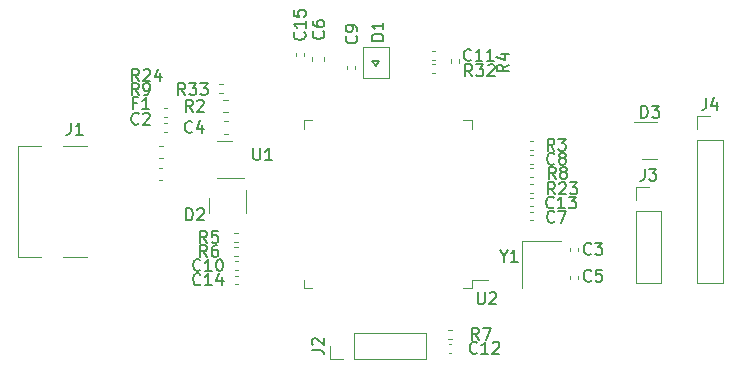
<source format=gbr>
%TF.GenerationSoftware,KiCad,Pcbnew,(6.0.8)*%
%TF.CreationDate,2022-11-06T21:15:53+08:00*%
%TF.ProjectId,JLinkV9-mini,4a4c696e-6b56-4392-9d6d-696e692e6b69,hinsshum*%
%TF.SameCoordinates,Original*%
%TF.FileFunction,Legend,Top*%
%TF.FilePolarity,Positive*%
%FSLAX46Y46*%
G04 Gerber Fmt 4.6, Leading zero omitted, Abs format (unit mm)*
G04 Created by KiCad (PCBNEW (6.0.8)) date 2022-11-06 21:15:53*
%MOMM*%
%LPD*%
G01*
G04 APERTURE LIST*
%ADD10C,0.150000*%
%ADD11C,0.120000*%
G04 APERTURE END LIST*
D10*
%TO.C,J2*%
X96792380Y-98133333D02*
X97506666Y-98133333D01*
X97649523Y-98180952D01*
X97744761Y-98276190D01*
X97792380Y-98419047D01*
X97792380Y-98514285D01*
X96887619Y-97704761D02*
X96840000Y-97657142D01*
X96792380Y-97561904D01*
X96792380Y-97323809D01*
X96840000Y-97228571D01*
X96887619Y-97180952D01*
X96982857Y-97133333D01*
X97078095Y-97133333D01*
X97220952Y-97180952D01*
X97792380Y-97752380D01*
X97792380Y-97133333D01*
%TO.C,R8*%
X117433333Y-83652380D02*
X117100000Y-83176190D01*
X116861904Y-83652380D02*
X116861904Y-82652380D01*
X117242857Y-82652380D01*
X117338095Y-82700000D01*
X117385714Y-82747619D01*
X117433333Y-82842857D01*
X117433333Y-82985714D01*
X117385714Y-83080952D01*
X117338095Y-83128571D01*
X117242857Y-83176190D01*
X116861904Y-83176190D01*
X118004761Y-83080952D02*
X117909523Y-83033333D01*
X117861904Y-82985714D01*
X117814285Y-82890476D01*
X117814285Y-82842857D01*
X117861904Y-82747619D01*
X117909523Y-82700000D01*
X118004761Y-82652380D01*
X118195238Y-82652380D01*
X118290476Y-82700000D01*
X118338095Y-82747619D01*
X118385714Y-82842857D01*
X118385714Y-82890476D01*
X118338095Y-82985714D01*
X118290476Y-83033333D01*
X118195238Y-83080952D01*
X118004761Y-83080952D01*
X117909523Y-83128571D01*
X117861904Y-83176190D01*
X117814285Y-83271428D01*
X117814285Y-83461904D01*
X117861904Y-83557142D01*
X117909523Y-83604761D01*
X118004761Y-83652380D01*
X118195238Y-83652380D01*
X118290476Y-83604761D01*
X118338095Y-83557142D01*
X118385714Y-83461904D01*
X118385714Y-83271428D01*
X118338095Y-83176190D01*
X118290476Y-83128571D01*
X118195238Y-83080952D01*
%TO.C,U2*%
X110838095Y-93252380D02*
X110838095Y-94061904D01*
X110885714Y-94157142D01*
X110933333Y-94204761D01*
X111028571Y-94252380D01*
X111219047Y-94252380D01*
X111314285Y-94204761D01*
X111361904Y-94157142D01*
X111409523Y-94061904D01*
X111409523Y-93252380D01*
X111838095Y-93347619D02*
X111885714Y-93300000D01*
X111980952Y-93252380D01*
X112219047Y-93252380D01*
X112314285Y-93300000D01*
X112361904Y-93347619D01*
X112409523Y-93442857D01*
X112409523Y-93538095D01*
X112361904Y-93680952D01*
X111790476Y-94252380D01*
X112409523Y-94252380D01*
%TO.C,R23*%
X117357142Y-84952380D02*
X117023809Y-84476190D01*
X116785714Y-84952380D02*
X116785714Y-83952380D01*
X117166666Y-83952380D01*
X117261904Y-84000000D01*
X117309523Y-84047619D01*
X117357142Y-84142857D01*
X117357142Y-84285714D01*
X117309523Y-84380952D01*
X117261904Y-84428571D01*
X117166666Y-84476190D01*
X116785714Y-84476190D01*
X117738095Y-84047619D02*
X117785714Y-84000000D01*
X117880952Y-83952380D01*
X118119047Y-83952380D01*
X118214285Y-84000000D01*
X118261904Y-84047619D01*
X118309523Y-84142857D01*
X118309523Y-84238095D01*
X118261904Y-84380952D01*
X117690476Y-84952380D01*
X118309523Y-84952380D01*
X118642857Y-83952380D02*
X119261904Y-83952380D01*
X118928571Y-84333333D01*
X119071428Y-84333333D01*
X119166666Y-84380952D01*
X119214285Y-84428571D01*
X119261904Y-84523809D01*
X119261904Y-84761904D01*
X119214285Y-84857142D01*
X119166666Y-84904761D01*
X119071428Y-84952380D01*
X118785714Y-84952380D01*
X118690476Y-84904761D01*
X118642857Y-84857142D01*
%TO.C,Y1*%
X113023809Y-90176190D02*
X113023809Y-90652380D01*
X112690476Y-89652380D02*
X113023809Y-90176190D01*
X113357142Y-89652380D01*
X114214285Y-90652380D02*
X113642857Y-90652380D01*
X113928571Y-90652380D02*
X113928571Y-89652380D01*
X113833333Y-89795238D01*
X113738095Y-89890476D01*
X113642857Y-89938095D01*
%TO.C,R6*%
X87913333Y-90252380D02*
X87580000Y-89776190D01*
X87341904Y-90252380D02*
X87341904Y-89252380D01*
X87722857Y-89252380D01*
X87818095Y-89300000D01*
X87865714Y-89347619D01*
X87913333Y-89442857D01*
X87913333Y-89585714D01*
X87865714Y-89680952D01*
X87818095Y-89728571D01*
X87722857Y-89776190D01*
X87341904Y-89776190D01*
X88770476Y-89252380D02*
X88580000Y-89252380D01*
X88484761Y-89300000D01*
X88437142Y-89347619D01*
X88341904Y-89490476D01*
X88294285Y-89680952D01*
X88294285Y-90061904D01*
X88341904Y-90157142D01*
X88389523Y-90204761D01*
X88484761Y-90252380D01*
X88675238Y-90252380D01*
X88770476Y-90204761D01*
X88818095Y-90157142D01*
X88865714Y-90061904D01*
X88865714Y-89823809D01*
X88818095Y-89728571D01*
X88770476Y-89680952D01*
X88675238Y-89633333D01*
X88484761Y-89633333D01*
X88389523Y-89680952D01*
X88341904Y-89728571D01*
X88294285Y-89823809D01*
%TO.C,J4*%
X130166666Y-76792380D02*
X130166666Y-77506666D01*
X130119047Y-77649523D01*
X130023809Y-77744761D01*
X129880952Y-77792380D01*
X129785714Y-77792380D01*
X131071428Y-77125714D02*
X131071428Y-77792380D01*
X130833333Y-76744761D02*
X130595238Y-77459047D01*
X131214285Y-77459047D01*
%TO.C,D2*%
X86141904Y-87152380D02*
X86141904Y-86152380D01*
X86380000Y-86152380D01*
X86522857Y-86200000D01*
X86618095Y-86295238D01*
X86665714Y-86390476D01*
X86713333Y-86580952D01*
X86713333Y-86723809D01*
X86665714Y-86914285D01*
X86618095Y-87009523D01*
X86522857Y-87104761D01*
X86380000Y-87152380D01*
X86141904Y-87152380D01*
X87094285Y-86247619D02*
X87141904Y-86200000D01*
X87237142Y-86152380D01*
X87475238Y-86152380D01*
X87570476Y-86200000D01*
X87618095Y-86247619D01*
X87665714Y-86342857D01*
X87665714Y-86438095D01*
X87618095Y-86580952D01*
X87046666Y-87152380D01*
X87665714Y-87152380D01*
%TO.C,C9*%
X100557142Y-71566666D02*
X100604761Y-71614285D01*
X100652380Y-71757142D01*
X100652380Y-71852380D01*
X100604761Y-71995238D01*
X100509523Y-72090476D01*
X100414285Y-72138095D01*
X100223809Y-72185714D01*
X100080952Y-72185714D01*
X99890476Y-72138095D01*
X99795238Y-72090476D01*
X99700000Y-71995238D01*
X99652380Y-71852380D01*
X99652380Y-71757142D01*
X99700000Y-71614285D01*
X99747619Y-71566666D01*
X100652380Y-71090476D02*
X100652380Y-70900000D01*
X100604761Y-70804761D01*
X100557142Y-70757142D01*
X100414285Y-70661904D01*
X100223809Y-70614285D01*
X99842857Y-70614285D01*
X99747619Y-70661904D01*
X99700000Y-70709523D01*
X99652380Y-70804761D01*
X99652380Y-70995238D01*
X99700000Y-71090476D01*
X99747619Y-71138095D01*
X99842857Y-71185714D01*
X100080952Y-71185714D01*
X100176190Y-71138095D01*
X100223809Y-71090476D01*
X100271428Y-70995238D01*
X100271428Y-70804761D01*
X100223809Y-70709523D01*
X100176190Y-70661904D01*
X100080952Y-70614285D01*
%TO.C,C5*%
X120433333Y-92249306D02*
X120385714Y-92296925D01*
X120242857Y-92344544D01*
X120147619Y-92344544D01*
X120004761Y-92296925D01*
X119909523Y-92201687D01*
X119861904Y-92106449D01*
X119814285Y-91915973D01*
X119814285Y-91773116D01*
X119861904Y-91582640D01*
X119909523Y-91487402D01*
X120004761Y-91392164D01*
X120147619Y-91344544D01*
X120242857Y-91344544D01*
X120385714Y-91392164D01*
X120433333Y-91439783D01*
X121338095Y-91344544D02*
X120861904Y-91344544D01*
X120814285Y-91820735D01*
X120861904Y-91773116D01*
X120957142Y-91725497D01*
X121195238Y-91725497D01*
X121290476Y-91773116D01*
X121338095Y-91820735D01*
X121385714Y-91915973D01*
X121385714Y-92154068D01*
X121338095Y-92249306D01*
X121290476Y-92296925D01*
X121195238Y-92344544D01*
X120957142Y-92344544D01*
X120861904Y-92296925D01*
X120814285Y-92249306D01*
%TO.C,R5*%
X87913333Y-89052380D02*
X87580000Y-88576190D01*
X87341904Y-89052380D02*
X87341904Y-88052380D01*
X87722857Y-88052380D01*
X87818095Y-88100000D01*
X87865714Y-88147619D01*
X87913333Y-88242857D01*
X87913333Y-88385714D01*
X87865714Y-88480952D01*
X87818095Y-88528571D01*
X87722857Y-88576190D01*
X87341904Y-88576190D01*
X88818095Y-88052380D02*
X88341904Y-88052380D01*
X88294285Y-88528571D01*
X88341904Y-88480952D01*
X88437142Y-88433333D01*
X88675238Y-88433333D01*
X88770476Y-88480952D01*
X88818095Y-88528571D01*
X88865714Y-88623809D01*
X88865714Y-88861904D01*
X88818095Y-88957142D01*
X88770476Y-89004761D01*
X88675238Y-89052380D01*
X88437142Y-89052380D01*
X88341904Y-89004761D01*
X88294285Y-88957142D01*
%TO.C,C7*%
X117333333Y-87257142D02*
X117285714Y-87304761D01*
X117142857Y-87352380D01*
X117047619Y-87352380D01*
X116904761Y-87304761D01*
X116809523Y-87209523D01*
X116761904Y-87114285D01*
X116714285Y-86923809D01*
X116714285Y-86780952D01*
X116761904Y-86590476D01*
X116809523Y-86495238D01*
X116904761Y-86400000D01*
X117047619Y-86352380D01*
X117142857Y-86352380D01*
X117285714Y-86400000D01*
X117333333Y-86447619D01*
X117666666Y-86352380D02*
X118333333Y-86352380D01*
X117904761Y-87352380D01*
%TO.C,R9*%
X82133333Y-76552380D02*
X81800000Y-76076190D01*
X81561904Y-76552380D02*
X81561904Y-75552380D01*
X81942857Y-75552380D01*
X82038095Y-75600000D01*
X82085714Y-75647619D01*
X82133333Y-75742857D01*
X82133333Y-75885714D01*
X82085714Y-75980952D01*
X82038095Y-76028571D01*
X81942857Y-76076190D01*
X81561904Y-76076190D01*
X82609523Y-76552380D02*
X82800000Y-76552380D01*
X82895238Y-76504761D01*
X82942857Y-76457142D01*
X83038095Y-76314285D01*
X83085714Y-76123809D01*
X83085714Y-75742857D01*
X83038095Y-75647619D01*
X82990476Y-75600000D01*
X82895238Y-75552380D01*
X82704761Y-75552380D01*
X82609523Y-75600000D01*
X82561904Y-75647619D01*
X82514285Y-75742857D01*
X82514285Y-75980952D01*
X82561904Y-76076190D01*
X82609523Y-76123809D01*
X82704761Y-76171428D01*
X82895238Y-76171428D01*
X82990476Y-76123809D01*
X83038095Y-76076190D01*
X83085714Y-75980952D01*
%TO.C,U1*%
X91838095Y-81052380D02*
X91838095Y-81861904D01*
X91885714Y-81957142D01*
X91933333Y-82004761D01*
X92028571Y-82052380D01*
X92219047Y-82052380D01*
X92314285Y-82004761D01*
X92361904Y-81957142D01*
X92409523Y-81861904D01*
X92409523Y-81052380D01*
X93409523Y-82052380D02*
X92838095Y-82052380D01*
X93123809Y-82052380D02*
X93123809Y-81052380D01*
X93028571Y-81195238D01*
X92933333Y-81290476D01*
X92838095Y-81338095D01*
%TO.C,C13*%
X117257142Y-86057142D02*
X117209523Y-86104761D01*
X117066666Y-86152380D01*
X116971428Y-86152380D01*
X116828571Y-86104761D01*
X116733333Y-86009523D01*
X116685714Y-85914285D01*
X116638095Y-85723809D01*
X116638095Y-85580952D01*
X116685714Y-85390476D01*
X116733333Y-85295238D01*
X116828571Y-85200000D01*
X116971428Y-85152380D01*
X117066666Y-85152380D01*
X117209523Y-85200000D01*
X117257142Y-85247619D01*
X118209523Y-86152380D02*
X117638095Y-86152380D01*
X117923809Y-86152380D02*
X117923809Y-85152380D01*
X117828571Y-85295238D01*
X117733333Y-85390476D01*
X117638095Y-85438095D01*
X118542857Y-85152380D02*
X119161904Y-85152380D01*
X118828571Y-85533333D01*
X118971428Y-85533333D01*
X119066666Y-85580952D01*
X119114285Y-85628571D01*
X119161904Y-85723809D01*
X119161904Y-85961904D01*
X119114285Y-86057142D01*
X119066666Y-86104761D01*
X118971428Y-86152380D01*
X118685714Y-86152380D01*
X118590476Y-86104761D01*
X118542857Y-86057142D01*
%TO.C,C4*%
X86658333Y-79657142D02*
X86610714Y-79704761D01*
X86467857Y-79752380D01*
X86372619Y-79752380D01*
X86229761Y-79704761D01*
X86134523Y-79609523D01*
X86086904Y-79514285D01*
X86039285Y-79323809D01*
X86039285Y-79180952D01*
X86086904Y-78990476D01*
X86134523Y-78895238D01*
X86229761Y-78800000D01*
X86372619Y-78752380D01*
X86467857Y-78752380D01*
X86610714Y-78800000D01*
X86658333Y-78847619D01*
X87515476Y-79085714D02*
X87515476Y-79752380D01*
X87277380Y-78704761D02*
X87039285Y-79419047D01*
X87658333Y-79419047D01*
%TO.C,C6*%
X97757142Y-71166666D02*
X97804761Y-71214285D01*
X97852380Y-71357142D01*
X97852380Y-71452380D01*
X97804761Y-71595238D01*
X97709523Y-71690476D01*
X97614285Y-71738095D01*
X97423809Y-71785714D01*
X97280952Y-71785714D01*
X97090476Y-71738095D01*
X96995238Y-71690476D01*
X96900000Y-71595238D01*
X96852380Y-71452380D01*
X96852380Y-71357142D01*
X96900000Y-71214285D01*
X96947619Y-71166666D01*
X96852380Y-70309523D02*
X96852380Y-70500000D01*
X96900000Y-70595238D01*
X96947619Y-70642857D01*
X97090476Y-70738095D01*
X97280952Y-70785714D01*
X97661904Y-70785714D01*
X97757142Y-70738095D01*
X97804761Y-70690476D01*
X97852380Y-70595238D01*
X97852380Y-70404761D01*
X97804761Y-70309523D01*
X97757142Y-70261904D01*
X97661904Y-70214285D01*
X97423809Y-70214285D01*
X97328571Y-70261904D01*
X97280952Y-70309523D01*
X97233333Y-70404761D01*
X97233333Y-70595238D01*
X97280952Y-70690476D01*
X97328571Y-70738095D01*
X97423809Y-70785714D01*
%TO.C,C15*%
X96157142Y-71242857D02*
X96204761Y-71290476D01*
X96252380Y-71433333D01*
X96252380Y-71528571D01*
X96204761Y-71671428D01*
X96109523Y-71766666D01*
X96014285Y-71814285D01*
X95823809Y-71861904D01*
X95680952Y-71861904D01*
X95490476Y-71814285D01*
X95395238Y-71766666D01*
X95300000Y-71671428D01*
X95252380Y-71528571D01*
X95252380Y-71433333D01*
X95300000Y-71290476D01*
X95347619Y-71242857D01*
X96252380Y-70290476D02*
X96252380Y-70861904D01*
X96252380Y-70576190D02*
X95252380Y-70576190D01*
X95395238Y-70671428D01*
X95490476Y-70766666D01*
X95538095Y-70861904D01*
X95252380Y-69385714D02*
X95252380Y-69861904D01*
X95728571Y-69909523D01*
X95680952Y-69861904D01*
X95633333Y-69766666D01*
X95633333Y-69528571D01*
X95680952Y-69433333D01*
X95728571Y-69385714D01*
X95823809Y-69338095D01*
X96061904Y-69338095D01*
X96157142Y-69385714D01*
X96204761Y-69433333D01*
X96252380Y-69528571D01*
X96252380Y-69766666D01*
X96204761Y-69861904D01*
X96157142Y-69909523D01*
%TO.C,C12*%
X110757142Y-98357142D02*
X110709523Y-98404761D01*
X110566666Y-98452380D01*
X110471428Y-98452380D01*
X110328571Y-98404761D01*
X110233333Y-98309523D01*
X110185714Y-98214285D01*
X110138095Y-98023809D01*
X110138095Y-97880952D01*
X110185714Y-97690476D01*
X110233333Y-97595238D01*
X110328571Y-97500000D01*
X110471428Y-97452380D01*
X110566666Y-97452380D01*
X110709523Y-97500000D01*
X110757142Y-97547619D01*
X111709523Y-98452380D02*
X111138095Y-98452380D01*
X111423809Y-98452380D02*
X111423809Y-97452380D01*
X111328571Y-97595238D01*
X111233333Y-97690476D01*
X111138095Y-97738095D01*
X112090476Y-97547619D02*
X112138095Y-97500000D01*
X112233333Y-97452380D01*
X112471428Y-97452380D01*
X112566666Y-97500000D01*
X112614285Y-97547619D01*
X112661904Y-97642857D01*
X112661904Y-97738095D01*
X112614285Y-97880952D01*
X112042857Y-98452380D01*
X112661904Y-98452380D01*
%TO.C,J3*%
X124966666Y-82792380D02*
X124966666Y-83506666D01*
X124919047Y-83649523D01*
X124823809Y-83744761D01*
X124680952Y-83792380D01*
X124585714Y-83792380D01*
X125347619Y-82792380D02*
X125966666Y-82792380D01*
X125633333Y-83173333D01*
X125776190Y-83173333D01*
X125871428Y-83220952D01*
X125919047Y-83268571D01*
X125966666Y-83363809D01*
X125966666Y-83601904D01*
X125919047Y-83697142D01*
X125871428Y-83744761D01*
X125776190Y-83792380D01*
X125490476Y-83792380D01*
X125395238Y-83744761D01*
X125347619Y-83697142D01*
%TO.C,R3*%
X117333333Y-81252380D02*
X117000000Y-80776190D01*
X116761904Y-81252380D02*
X116761904Y-80252380D01*
X117142857Y-80252380D01*
X117238095Y-80300000D01*
X117285714Y-80347619D01*
X117333333Y-80442857D01*
X117333333Y-80585714D01*
X117285714Y-80680952D01*
X117238095Y-80728571D01*
X117142857Y-80776190D01*
X116761904Y-80776190D01*
X117666666Y-80252380D02*
X118285714Y-80252380D01*
X117952380Y-80633333D01*
X118095238Y-80633333D01*
X118190476Y-80680952D01*
X118238095Y-80728571D01*
X118285714Y-80823809D01*
X118285714Y-81061904D01*
X118238095Y-81157142D01*
X118190476Y-81204761D01*
X118095238Y-81252380D01*
X117809523Y-81252380D01*
X117714285Y-81204761D01*
X117666666Y-81157142D01*
%TO.C,R2*%
X86708333Y-77952380D02*
X86375000Y-77476190D01*
X86136904Y-77952380D02*
X86136904Y-76952380D01*
X86517857Y-76952380D01*
X86613095Y-77000000D01*
X86660714Y-77047619D01*
X86708333Y-77142857D01*
X86708333Y-77285714D01*
X86660714Y-77380952D01*
X86613095Y-77428571D01*
X86517857Y-77476190D01*
X86136904Y-77476190D01*
X87089285Y-77047619D02*
X87136904Y-77000000D01*
X87232142Y-76952380D01*
X87470238Y-76952380D01*
X87565476Y-77000000D01*
X87613095Y-77047619D01*
X87660714Y-77142857D01*
X87660714Y-77238095D01*
X87613095Y-77380952D01*
X87041666Y-77952380D01*
X87660714Y-77952380D01*
%TO.C,J1*%
X76376666Y-78902380D02*
X76376666Y-79616666D01*
X76329047Y-79759523D01*
X76233809Y-79854761D01*
X76090952Y-79902380D01*
X75995714Y-79902380D01*
X77376666Y-79902380D02*
X76805238Y-79902380D01*
X77090952Y-79902380D02*
X77090952Y-78902380D01*
X76995714Y-79045238D01*
X76900476Y-79140476D01*
X76805238Y-79188095D01*
%TO.C,D1*%
X102852380Y-71938095D02*
X101852380Y-71938095D01*
X101852380Y-71700000D01*
X101900000Y-71557142D01*
X101995238Y-71461904D01*
X102090476Y-71414285D01*
X102280952Y-71366666D01*
X102423809Y-71366666D01*
X102614285Y-71414285D01*
X102709523Y-71461904D01*
X102804761Y-71557142D01*
X102852380Y-71700000D01*
X102852380Y-71938095D01*
X102852380Y-70414285D02*
X102852380Y-70985714D01*
X102852380Y-70700000D02*
X101852380Y-70700000D01*
X101995238Y-70795238D01*
X102090476Y-70890476D01*
X102138095Y-70985714D01*
%TO.C,C11*%
X110267142Y-73557142D02*
X110219523Y-73604761D01*
X110076666Y-73652380D01*
X109981428Y-73652380D01*
X109838571Y-73604761D01*
X109743333Y-73509523D01*
X109695714Y-73414285D01*
X109648095Y-73223809D01*
X109648095Y-73080952D01*
X109695714Y-72890476D01*
X109743333Y-72795238D01*
X109838571Y-72700000D01*
X109981428Y-72652380D01*
X110076666Y-72652380D01*
X110219523Y-72700000D01*
X110267142Y-72747619D01*
X111219523Y-73652380D02*
X110648095Y-73652380D01*
X110933809Y-73652380D02*
X110933809Y-72652380D01*
X110838571Y-72795238D01*
X110743333Y-72890476D01*
X110648095Y-72938095D01*
X112171904Y-73652380D02*
X111600476Y-73652380D01*
X111886190Y-73652380D02*
X111886190Y-72652380D01*
X111790952Y-72795238D01*
X111695714Y-72890476D01*
X111600476Y-72938095D01*
%TO.C,R7*%
X110933333Y-97252380D02*
X110600000Y-96776190D01*
X110361904Y-97252380D02*
X110361904Y-96252380D01*
X110742857Y-96252380D01*
X110838095Y-96300000D01*
X110885714Y-96347619D01*
X110933333Y-96442857D01*
X110933333Y-96585714D01*
X110885714Y-96680952D01*
X110838095Y-96728571D01*
X110742857Y-96776190D01*
X110361904Y-96776190D01*
X111266666Y-96252380D02*
X111933333Y-96252380D01*
X111504761Y-97252380D01*
%TO.C,C8*%
X117333333Y-82357142D02*
X117285714Y-82404761D01*
X117142857Y-82452380D01*
X117047619Y-82452380D01*
X116904761Y-82404761D01*
X116809523Y-82309523D01*
X116761904Y-82214285D01*
X116714285Y-82023809D01*
X116714285Y-81880952D01*
X116761904Y-81690476D01*
X116809523Y-81595238D01*
X116904761Y-81500000D01*
X117047619Y-81452380D01*
X117142857Y-81452380D01*
X117285714Y-81500000D01*
X117333333Y-81547619D01*
X117904761Y-81880952D02*
X117809523Y-81833333D01*
X117761904Y-81785714D01*
X117714285Y-81690476D01*
X117714285Y-81642857D01*
X117761904Y-81547619D01*
X117809523Y-81500000D01*
X117904761Y-81452380D01*
X118095238Y-81452380D01*
X118190476Y-81500000D01*
X118238095Y-81547619D01*
X118285714Y-81642857D01*
X118285714Y-81690476D01*
X118238095Y-81785714D01*
X118190476Y-81833333D01*
X118095238Y-81880952D01*
X117904761Y-81880952D01*
X117809523Y-81928571D01*
X117761904Y-81976190D01*
X117714285Y-82071428D01*
X117714285Y-82261904D01*
X117761904Y-82357142D01*
X117809523Y-82404761D01*
X117904761Y-82452380D01*
X118095238Y-82452380D01*
X118190476Y-82404761D01*
X118238095Y-82357142D01*
X118285714Y-82261904D01*
X118285714Y-82071428D01*
X118238095Y-81976190D01*
X118190476Y-81928571D01*
X118095238Y-81880952D01*
%TO.C,C2*%
X82133333Y-78957142D02*
X82085714Y-79004761D01*
X81942857Y-79052380D01*
X81847619Y-79052380D01*
X81704761Y-79004761D01*
X81609523Y-78909523D01*
X81561904Y-78814285D01*
X81514285Y-78623809D01*
X81514285Y-78480952D01*
X81561904Y-78290476D01*
X81609523Y-78195238D01*
X81704761Y-78100000D01*
X81847619Y-78052380D01*
X81942857Y-78052380D01*
X82085714Y-78100000D01*
X82133333Y-78147619D01*
X82514285Y-78147619D02*
X82561904Y-78100000D01*
X82657142Y-78052380D01*
X82895238Y-78052380D01*
X82990476Y-78100000D01*
X83038095Y-78147619D01*
X83085714Y-78242857D01*
X83085714Y-78338095D01*
X83038095Y-78480952D01*
X82466666Y-79052380D01*
X83085714Y-79052380D01*
%TO.C,R33*%
X86067142Y-76552380D02*
X85733809Y-76076190D01*
X85495714Y-76552380D02*
X85495714Y-75552380D01*
X85876666Y-75552380D01*
X85971904Y-75600000D01*
X86019523Y-75647619D01*
X86067142Y-75742857D01*
X86067142Y-75885714D01*
X86019523Y-75980952D01*
X85971904Y-76028571D01*
X85876666Y-76076190D01*
X85495714Y-76076190D01*
X86400476Y-75552380D02*
X87019523Y-75552380D01*
X86686190Y-75933333D01*
X86829047Y-75933333D01*
X86924285Y-75980952D01*
X86971904Y-76028571D01*
X87019523Y-76123809D01*
X87019523Y-76361904D01*
X86971904Y-76457142D01*
X86924285Y-76504761D01*
X86829047Y-76552380D01*
X86543333Y-76552380D01*
X86448095Y-76504761D01*
X86400476Y-76457142D01*
X87352857Y-75552380D02*
X87971904Y-75552380D01*
X87638571Y-75933333D01*
X87781428Y-75933333D01*
X87876666Y-75980952D01*
X87924285Y-76028571D01*
X87971904Y-76123809D01*
X87971904Y-76361904D01*
X87924285Y-76457142D01*
X87876666Y-76504761D01*
X87781428Y-76552380D01*
X87495714Y-76552380D01*
X87400476Y-76504761D01*
X87352857Y-76457142D01*
%TO.C,C3*%
X120433333Y-89977142D02*
X120385714Y-90024761D01*
X120242857Y-90072380D01*
X120147619Y-90072380D01*
X120004761Y-90024761D01*
X119909523Y-89929523D01*
X119861904Y-89834285D01*
X119814285Y-89643809D01*
X119814285Y-89500952D01*
X119861904Y-89310476D01*
X119909523Y-89215238D01*
X120004761Y-89120000D01*
X120147619Y-89072380D01*
X120242857Y-89072380D01*
X120385714Y-89120000D01*
X120433333Y-89167619D01*
X120766666Y-89072380D02*
X121385714Y-89072380D01*
X121052380Y-89453333D01*
X121195238Y-89453333D01*
X121290476Y-89500952D01*
X121338095Y-89548571D01*
X121385714Y-89643809D01*
X121385714Y-89881904D01*
X121338095Y-89977142D01*
X121290476Y-90024761D01*
X121195238Y-90072380D01*
X120909523Y-90072380D01*
X120814285Y-90024761D01*
X120766666Y-89977142D01*
%TO.C,R24*%
X82157142Y-75352380D02*
X81823809Y-74876190D01*
X81585714Y-75352380D02*
X81585714Y-74352380D01*
X81966666Y-74352380D01*
X82061904Y-74400000D01*
X82109523Y-74447619D01*
X82157142Y-74542857D01*
X82157142Y-74685714D01*
X82109523Y-74780952D01*
X82061904Y-74828571D01*
X81966666Y-74876190D01*
X81585714Y-74876190D01*
X82538095Y-74447619D02*
X82585714Y-74400000D01*
X82680952Y-74352380D01*
X82919047Y-74352380D01*
X83014285Y-74400000D01*
X83061904Y-74447619D01*
X83109523Y-74542857D01*
X83109523Y-74638095D01*
X83061904Y-74780952D01*
X82490476Y-75352380D01*
X83109523Y-75352380D01*
X83966666Y-74685714D02*
X83966666Y-75352380D01*
X83728571Y-74304761D02*
X83490476Y-75019047D01*
X84109523Y-75019047D01*
%TO.C,R32*%
X110367142Y-74952380D02*
X110033809Y-74476190D01*
X109795714Y-74952380D02*
X109795714Y-73952380D01*
X110176666Y-73952380D01*
X110271904Y-74000000D01*
X110319523Y-74047619D01*
X110367142Y-74142857D01*
X110367142Y-74285714D01*
X110319523Y-74380952D01*
X110271904Y-74428571D01*
X110176666Y-74476190D01*
X109795714Y-74476190D01*
X110700476Y-73952380D02*
X111319523Y-73952380D01*
X110986190Y-74333333D01*
X111129047Y-74333333D01*
X111224285Y-74380952D01*
X111271904Y-74428571D01*
X111319523Y-74523809D01*
X111319523Y-74761904D01*
X111271904Y-74857142D01*
X111224285Y-74904761D01*
X111129047Y-74952380D01*
X110843333Y-74952380D01*
X110748095Y-74904761D01*
X110700476Y-74857142D01*
X111700476Y-74047619D02*
X111748095Y-74000000D01*
X111843333Y-73952380D01*
X112081428Y-73952380D01*
X112176666Y-74000000D01*
X112224285Y-74047619D01*
X112271904Y-74142857D01*
X112271904Y-74238095D01*
X112224285Y-74380952D01*
X111652857Y-74952380D01*
X112271904Y-74952380D01*
%TO.C,R4*%
X113452380Y-73966666D02*
X112976190Y-74300000D01*
X113452380Y-74538095D02*
X112452380Y-74538095D01*
X112452380Y-74157142D01*
X112500000Y-74061904D01*
X112547619Y-74014285D01*
X112642857Y-73966666D01*
X112785714Y-73966666D01*
X112880952Y-74014285D01*
X112928571Y-74061904D01*
X112976190Y-74157142D01*
X112976190Y-74538095D01*
X112785714Y-73109523D02*
X113452380Y-73109523D01*
X112404761Y-73347619D02*
X113119047Y-73585714D01*
X113119047Y-72966666D01*
%TO.C,C10*%
X87357142Y-91357142D02*
X87309523Y-91404761D01*
X87166666Y-91452380D01*
X87071428Y-91452380D01*
X86928571Y-91404761D01*
X86833333Y-91309523D01*
X86785714Y-91214285D01*
X86738095Y-91023809D01*
X86738095Y-90880952D01*
X86785714Y-90690476D01*
X86833333Y-90595238D01*
X86928571Y-90500000D01*
X87071428Y-90452380D01*
X87166666Y-90452380D01*
X87309523Y-90500000D01*
X87357142Y-90547619D01*
X88309523Y-91452380D02*
X87738095Y-91452380D01*
X88023809Y-91452380D02*
X88023809Y-90452380D01*
X87928571Y-90595238D01*
X87833333Y-90690476D01*
X87738095Y-90738095D01*
X88928571Y-90452380D02*
X89023809Y-90452380D01*
X89119047Y-90500000D01*
X89166666Y-90547619D01*
X89214285Y-90642857D01*
X89261904Y-90833333D01*
X89261904Y-91071428D01*
X89214285Y-91261904D01*
X89166666Y-91357142D01*
X89119047Y-91404761D01*
X89023809Y-91452380D01*
X88928571Y-91452380D01*
X88833333Y-91404761D01*
X88785714Y-91357142D01*
X88738095Y-91261904D01*
X88690476Y-91071428D01*
X88690476Y-90833333D01*
X88738095Y-90642857D01*
X88785714Y-90547619D01*
X88833333Y-90500000D01*
X88928571Y-90452380D01*
%TO.C,D3*%
X124681904Y-78472380D02*
X124681904Y-77472380D01*
X124920000Y-77472380D01*
X125062857Y-77520000D01*
X125158095Y-77615238D01*
X125205714Y-77710476D01*
X125253333Y-77900952D01*
X125253333Y-78043809D01*
X125205714Y-78234285D01*
X125158095Y-78329523D01*
X125062857Y-78424761D01*
X124920000Y-78472380D01*
X124681904Y-78472380D01*
X125586666Y-77472380D02*
X126205714Y-77472380D01*
X125872380Y-77853333D01*
X126015238Y-77853333D01*
X126110476Y-77900952D01*
X126158095Y-77948571D01*
X126205714Y-78043809D01*
X126205714Y-78281904D01*
X126158095Y-78377142D01*
X126110476Y-78424761D01*
X126015238Y-78472380D01*
X125729523Y-78472380D01*
X125634285Y-78424761D01*
X125586666Y-78377142D01*
%TO.C,C14*%
X87357142Y-92557142D02*
X87309523Y-92604761D01*
X87166666Y-92652380D01*
X87071428Y-92652380D01*
X86928571Y-92604761D01*
X86833333Y-92509523D01*
X86785714Y-92414285D01*
X86738095Y-92223809D01*
X86738095Y-92080952D01*
X86785714Y-91890476D01*
X86833333Y-91795238D01*
X86928571Y-91700000D01*
X87071428Y-91652380D01*
X87166666Y-91652380D01*
X87309523Y-91700000D01*
X87357142Y-91747619D01*
X88309523Y-92652380D02*
X87738095Y-92652380D01*
X88023809Y-92652380D02*
X88023809Y-91652380D01*
X87928571Y-91795238D01*
X87833333Y-91890476D01*
X87738095Y-91938095D01*
X89166666Y-91985714D02*
X89166666Y-92652380D01*
X88928571Y-91604761D02*
X88690476Y-92319047D01*
X89309523Y-92319047D01*
%TO.C,F1*%
X81966666Y-77228571D02*
X81633333Y-77228571D01*
X81633333Y-77752380D02*
X81633333Y-76752380D01*
X82109523Y-76752380D01*
X83014285Y-77752380D02*
X82442857Y-77752380D01*
X82728571Y-77752380D02*
X82728571Y-76752380D01*
X82633333Y-76895238D01*
X82538095Y-76990476D01*
X82442857Y-77038095D01*
D11*
%TO.C,J2*%
X99400000Y-98860000D02*
X98340000Y-98860000D01*
X98340000Y-98860000D02*
X98340000Y-97800000D01*
X100400000Y-98860000D02*
X100400000Y-96740000D01*
X100400000Y-96740000D02*
X106460000Y-96740000D01*
X106460000Y-98860000D02*
X106460000Y-96740000D01*
X100400000Y-98860000D02*
X106460000Y-98860000D01*
%TO.C,R8*%
X115553641Y-82720000D02*
X115246359Y-82720000D01*
X115553641Y-83480000D02*
X115246359Y-83480000D01*
%TO.C,U2*%
X96790000Y-92910000D02*
X96090000Y-92910000D01*
X109610000Y-92910000D02*
X110310000Y-92910000D01*
X96090000Y-78690000D02*
X96090000Y-79390000D01*
X96790000Y-78690000D02*
X96090000Y-78690000D01*
X110310000Y-78690000D02*
X110310000Y-79390000D01*
X109610000Y-78690000D02*
X110310000Y-78690000D01*
X110310000Y-92210000D02*
X111675000Y-92210000D01*
X96090000Y-92910000D02*
X96090000Y-92210000D01*
X110310000Y-92910000D02*
X110310000Y-92210000D01*
%TO.C,R23*%
X115553641Y-84880000D02*
X115246359Y-84880000D01*
X115553641Y-84120000D02*
X115246359Y-84120000D01*
%TO.C,Y1*%
X117900000Y-88900000D02*
X114600000Y-88900000D01*
X114600000Y-88900000D02*
X114600000Y-92900000D01*
%TO.C,R6*%
X90523641Y-90180000D02*
X90216359Y-90180000D01*
X90523641Y-89420000D02*
X90216359Y-89420000D01*
%TO.C,J4*%
X131560000Y-80400000D02*
X131560000Y-92460000D01*
X129440000Y-78340000D02*
X130500000Y-78340000D01*
X129440000Y-80400000D02*
X129440000Y-92460000D01*
X129440000Y-80400000D02*
X131560000Y-80400000D01*
X129440000Y-92460000D02*
X131560000Y-92460000D01*
X129440000Y-79400000D02*
X129440000Y-78340000D01*
%TO.C,D2*%
X88120000Y-85250000D02*
X88120000Y-86550000D01*
X91240000Y-86550000D02*
X91240000Y-84550000D01*
%TO.C,C9*%
X100460000Y-74307836D02*
X100460000Y-74092164D01*
X99740000Y-74307836D02*
X99740000Y-74092164D01*
%TO.C,C5*%
X118640000Y-92107836D02*
X118640000Y-91892164D01*
X119360000Y-92107836D02*
X119360000Y-91892164D01*
%TO.C,R5*%
X90216359Y-88220000D02*
X90523641Y-88220000D01*
X90216359Y-88980000D02*
X90523641Y-88980000D01*
%TO.C,C7*%
X115507836Y-87160000D02*
X115292164Y-87160000D01*
X115507836Y-86440000D02*
X115292164Y-86440000D01*
%TO.C,R9*%
X84553641Y-78920000D02*
X84246359Y-78920000D01*
X84553641Y-79680000D02*
X84246359Y-79680000D01*
%TO.C,U1*%
X89400000Y-80440000D02*
X90050000Y-80440000D01*
X89400000Y-83560000D02*
X91075000Y-83560000D01*
X89400000Y-80440000D02*
X88750000Y-80440000D01*
X89400000Y-83560000D02*
X88750000Y-83560000D01*
%TO.C,C13*%
X115292164Y-85960000D02*
X115507836Y-85960000D01*
X115292164Y-85240000D02*
X115507836Y-85240000D01*
%TO.C,C4*%
X89665580Y-79810000D02*
X89384420Y-79810000D01*
X89665580Y-78790000D02*
X89384420Y-78790000D01*
%TO.C,C6*%
X96790000Y-73640580D02*
X96790000Y-73359420D01*
X97810000Y-73640580D02*
X97810000Y-73359420D01*
%TO.C,C15*%
X95440000Y-73227836D02*
X95440000Y-73012164D01*
X96160000Y-73227836D02*
X96160000Y-73012164D01*
%TO.C,C12*%
X108372164Y-98360000D02*
X108587836Y-98360000D01*
X108372164Y-97640000D02*
X108587836Y-97640000D01*
%TO.C,J3*%
X126360000Y-86400000D02*
X126360000Y-92460000D01*
X124240000Y-85400000D02*
X124240000Y-84340000D01*
X124240000Y-86400000D02*
X126360000Y-86400000D01*
X124240000Y-84340000D02*
X125300000Y-84340000D01*
X124240000Y-92460000D02*
X126360000Y-92460000D01*
X124240000Y-86400000D02*
X124240000Y-92460000D01*
%TO.C,R3*%
X115553641Y-81180000D02*
X115246359Y-81180000D01*
X115553641Y-80420000D02*
X115246359Y-80420000D01*
%TO.C,R2*%
X89237742Y-78022500D02*
X89712258Y-78022500D01*
X89237742Y-76977500D02*
X89712258Y-76977500D01*
%TO.C,J1*%
X73840000Y-90300000D02*
X71940000Y-90300000D01*
X77740000Y-90300000D02*
X75740000Y-90300000D01*
X77740000Y-80900000D02*
X75740000Y-80900000D01*
X71940000Y-80900000D02*
X71940000Y-90300000D01*
X73840000Y-80900000D02*
X71940000Y-80900000D01*
%TO.C,D1*%
X101100000Y-72500000D02*
X103300000Y-72500000D01*
D10*
X102200000Y-74100000D02*
X102500000Y-73700000D01*
D11*
X101100000Y-75100000D02*
X101100000Y-72500000D01*
X103300000Y-75100000D02*
X101100000Y-75100000D01*
X103300000Y-72500000D02*
X103300000Y-75100000D01*
D10*
X101900000Y-73700000D02*
X102200000Y-74100000D01*
X102500000Y-73700000D02*
X101900000Y-73700000D01*
D11*
%TO.C,C11*%
X107207836Y-73560000D02*
X106992164Y-73560000D01*
X107207836Y-72840000D02*
X106992164Y-72840000D01*
%TO.C,R7*%
X108346359Y-97180000D02*
X108653641Y-97180000D01*
X108346359Y-96420000D02*
X108653641Y-96420000D01*
%TO.C,C8*%
X115507836Y-81640000D02*
X115292164Y-81640000D01*
X115507836Y-82360000D02*
X115292164Y-82360000D01*
%TO.C,C2*%
X84140580Y-82690000D02*
X83859420Y-82690000D01*
X84140580Y-83710000D02*
X83859420Y-83710000D01*
%TO.C,R33*%
X89263641Y-76380000D02*
X88956359Y-76380000D01*
X89263641Y-75620000D02*
X88956359Y-75620000D01*
%TO.C,C3*%
X119360000Y-89512164D02*
X119360000Y-89727836D01*
X118640000Y-89512164D02*
X118640000Y-89727836D01*
%TO.C,R24*%
X84246359Y-78380000D02*
X84553641Y-78380000D01*
X84246359Y-77620000D02*
X84553641Y-77620000D01*
%TO.C,R32*%
X107253641Y-74680000D02*
X106946359Y-74680000D01*
X107253641Y-73920000D02*
X106946359Y-73920000D01*
%TO.C,R4*%
X108530000Y-73536359D02*
X108530000Y-73843641D01*
X109290000Y-73536359D02*
X109290000Y-73843641D01*
%TO.C,C10*%
X90507836Y-91360000D02*
X90292164Y-91360000D01*
X90507836Y-90640000D02*
X90292164Y-90640000D01*
%TO.C,D3*%
X124750000Y-81960000D02*
X126050000Y-81960000D01*
X126050000Y-78840000D02*
X124050000Y-78840000D01*
%TO.C,C14*%
X90292164Y-92560000D02*
X90507836Y-92560000D01*
X90292164Y-91840000D02*
X90507836Y-91840000D01*
%TO.C,F1*%
X84175279Y-80890000D02*
X83849721Y-80890000D01*
X84175279Y-81910000D02*
X83849721Y-81910000D01*
%TD*%
M02*

</source>
